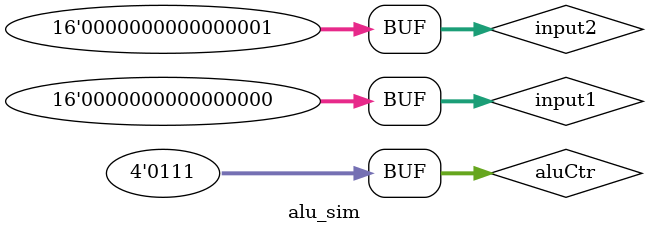
<source format=v>
`timescale 1ns / 1ps


module alu_sim; 
// Inputs 
reg [15:0] input1; 
reg [15:0] input2; 
reg [3:0] aluCtr; 
// Outputs 
wire [15:0] aluRes; 
wire zero; 
// Instantiate the Unit Under Test (UUT) 
alu uut ( 
.input1(input1), 
.input2(input2), 
.aluCtr(aluCtr), 
.aluRes(aluRes), 
.zero(zero) 
); 
initial begin 
// Initialize Inputs 
input1 = 1; 
input2 = 1; 
aluCtr = 4'b0110; 
#100; 
input1 = 2; 
input2 = 1; 
aluCtr = 4'b0110; 
#100 
input1 = 1; 
input2 = 1; 
aluCtr = 4'b0010; 
#100 
input1 = 1; 
input2 = 0; 
aluCtr = 4'b0000; 
#100 
input1 = 1; 
input2 = 0; 
aluCtr = 4'b0001; 
#100 
input1 = 1; 
input2 = 0; 
aluCtr = 4'b0111; 
#100 
input1 = 0; 
input2 = 1; 
aluCtr = 4'b0111; 
end 
endmodule

</source>
